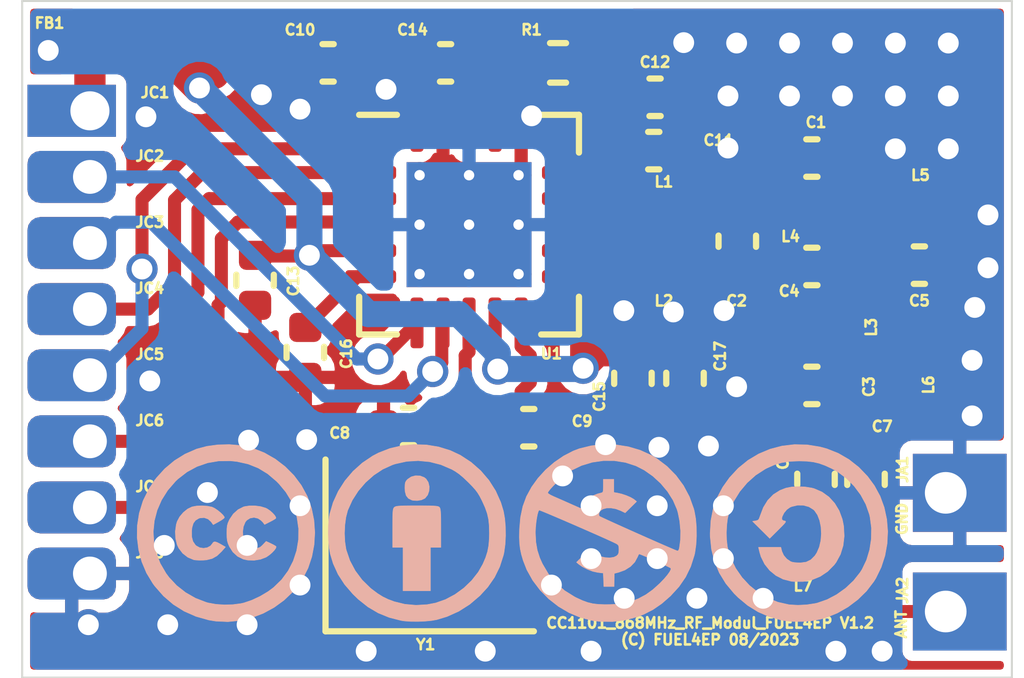
<source format=kicad_pcb>
(kicad_pcb (version 20211014) (generator pcbnew)
  (title_block (title "CC1101_868MHz_RF_Modul_FUEL4EP") (date "2023-08-29") (rev "1.2") (company "FUEL4EP"))
  (layers (0 "F.Cu" signal) (31 "B.Cu" signal) (34 "B.Paste" user) (35 "F.Paste" user) (36 "B.SilkS" user "B.Silkscreen") (37 "F.SilkS" user "F.Silkscreen") (38 "B.Mask" user) (39 "F.Mask" user) (44 "Edge.Cuts" user))
  (net 0 "")
  (net 1 "GND")
  (net 2 "Net-(C1-Pad1)")
  (net 3 "Net-(C2-Pad1)")
  (net 4 "Net-(C3-Pad2)")
  (net 5 "Net-(C4-Pad2)")
  (net 6 "Net-(C5-Pad2)")
  (net 7 "Net-(C6-Pad1)")
  (net 8 "Net-(C6-Pad2)")
  (net 9 "Net-(C7-Pad1)")
  (net 10 "Net-(C8-Pad2)")
  (net 11 "/SCK")
  (net 12 "/GDO0")
  (net 13 "/MOSI")
  (net 14 "/GDO2")
  (net 15 "Net-(C9-Pad2)")
  (net 16 "Net-(L1-Pad1)")
  (net 17 "Net-(L2-Pad1)")
  (net 18 "Net-(R1-Pad2)")
  (net 19 "/~{CS}")
  (net 20 "VDDA")
  (net 21 "Net-(C16-Pad1)")
  (net 22 "/MISO{slash}GDO1")
  (net 23 "/VDD")
  (footprint "Inductor_SMD:L_0402_1005Metric" (layer "F.Cu") (at 12.279 -8.8928)
    (fp_text reference "L1" (at 0.04 -0.6322) (layer "F.SilkS") (effects (font (size 0.2 0.2))))
    (fp_text value "12nH")
    (pad "1" smd roundrect (at -0.485 0) (size 0.59 0.64) (layers "F.Cu" "F.Paste" "F.Mask") (net 16 "Net-(L1-Pad1)"))
    (pad "2" smd roundrect (at 0.485 0) (size 0.59 0.64) (layers "F.Cu" "F.Paste" "F.Mask") (net 2 "Net-(C1-Pad1)"))
  )
  (footprint "Capacitor_SMD:C_0402_1005Metric" (layer "F.Cu") (at 8.128 -11.811 180)
    (fp_text reference "C14" (at 0.635 0.635) (layer "F.SilkS") (effects (font (size 0.2 0.2))))
    (fp_text value "100n")
    (pad "1" smd roundrect (at -0.48 0 180) (size 0.56 0.62) (layers "F.Cu" "F.Paste" "F.Mask") (net 20 "VDDA"))
    (pad "2" smd roundrect (at 0.48 0 180) (size 0.56 0.62) (layers "F.Cu" "F.Paste" "F.Mask") (net 1 "GND"))
  )
  (footprint "Inductor_SMD:L_0402_1005Metric" (layer "F.Cu") (at 15.748 -2.413)
    (fp_text reference "L7" (at -0.76 0.65) (layer "F.SilkS") (effects (font (size 0.2 0.2))))
    (fp_text value "3.3nH")
    (pad "1" smd roundrect (at -0.485 0) (size 0.59 0.64) (layers "F.Cu" "F.Paste" "F.Mask") (net 7 "Net-(C6-Pad1)"))
    (pad "2" smd roundrect (at 0.485 0) (size 0.59 0.64) (layers "F.Cu" "F.Paste" "F.Mask") (net 9 "Net-(C7-Pad1)"))
  )
  (footprint "Inductor_SMD:L_0402_1005Metric" (layer "F.Cu") (at 15.1806 -6.7314)
    (fp_text reference "L3" (at 1.1194 0.0004 90) (layer "F.SilkS") (effects (font (size 0.2 0.2))))
    (fp_text value "18nH")
    (pad "1" smd roundrect (at -0.485 0) (size 0.59 0.64) (layers "F.Cu" "F.Paste" "F.Mask") (net 3 "Net-(C2-Pad1)"))
    (pad "2" smd roundrect (at 0.485 0) (size 0.59 0.64) (layers "F.Cu" "F.Paste" "F.Mask") (net 4 "Net-(C3-Pad2)"))
  )
  (footprint "Inductor_SMD:L_0402_1005Metric" (layer "F.Cu") (at 12.279 -7.9028)
    (fp_text reference "L2" (at 0.04 0.6638) (layer "F.SilkS") (effects (font (size 0.2 0.2))))
    (fp_text value "12nH")
    (pad "1" smd roundrect (at -0.485 0) (size 0.59 0.64) (layers "F.Cu" "F.Paste" "F.Mask") (net 17 "Net-(L2-Pad1)"))
    (pad "2" smd roundrect (at 0.485 0) (size 0.59 0.64) (layers "F.Cu" "F.Paste" "F.Mask") (net 3 "Net-(C2-Pad1)"))
  )
  (footprint "Capacitor_SMD:C_0402_1005Metric" (layer "F.Cu") (at 17.2242 -7.9252 180)
    (fp_text reference "C5" (at 0 -0.6862) (layer "F.SilkS") (effects (font (size 0.2 0.2))))
    (fp_text value "3.3pF")
    (pad "1" smd roundrect (at -0.48 0 180) (size 0.56 0.62) (layers "F.Cu" "F.Paste" "F.Mask") (net 1 "GND"))
    (pad "2" smd roundrect (at 0.48 0 180) (size 0.56 0.62) (layers "F.Cu" "F.Paste" "F.Mask") (net 6 "Net-(C5-Pad2)"))
  )
  (footprint "Capacitor_SMD:C_0402_1005Metric" (layer "F.Cu") (at 15.1606 -5.6138)
    (fp_text reference "C3" (at 1.0954 0.0258 90) (layer "F.SilkS") (effects (font (size 0.2 0.2))))
    (fp_text value "100pF")
    (pad "1" smd roundrect (at -0.48 0) (size 0.56 0.62) (layers "F.Cu" "F.Paste" "F.Mask") (net 1 "GND"))
    (pad "2" smd roundrect (at 0.48 0) (size 0.56 0.62) (layers "F.Cu" "F.Paste" "F.Mask") (net 4 "Net-(C3-Pad2)"))
  )
  (footprint "FUEL4EP:edge_hole_Pitch1.27mm_Drill0.75mm_rounded" (layer "F.Cu") (at 0 -5.81)
    (fp_text reference "JC5" (at 2.45 -0.4 unlocked) (layer "F.SilkS") (effects (font (size 0.2 0.2) (thickness 0.05))))
    (fp_text value "Conn")
    (pad "1" thru_hole roundrect (at 1.3 0) (size 1.7 1) (drill 0.65 (offset -0.35 0)) (property pad_prop_castellated) (layers *.Cu *.Mask) (net 13 "/MOSI"))
  )
  (footprint "Inductor_SMD:L_0402_1005Metric" (layer "F.Cu") (at 16.75 -6.25 -90)
    (fp_text reference "L6" (at 0.625 -0.65 90) (layer "F.SilkS") (effects (font (size 0.2 0.2))))
    (fp_text value "12nH")
    (pad "1" smd roundrect (at -0.485 0 270) (size 0.59 0.64) (layers "F.Cu" "F.Paste" "F.Mask") (net 6 "Net-(C5-Pad2)"))
    (pad "2" smd roundrect (at 0.485 0 270) (size 0.59 0.64) (layers "F.Cu" "F.Paste" "F.Mask") (net 8 "Net-(C6-Pad2)"))
  )
  (footprint "Capacitor_SMD:C_0402_1005Metric" (layer "F.Cu") (at 13.729 -8.3848 90)
    (fp_text reference "C2" (at -1.1458 -0.013 180) (layer "F.SilkS") (effects (font (size 0.2 0.2))))
    (fp_text value "1.0pF")
    (pad "1" smd roundrect (at -0.48 0 90) (size 0.56 0.62) (layers "F.Cu" "F.Paste" "F.Mask") (net 3 "Net-(C2-Pad1)"))
    (pad "2" smd roundrect (at 0.48 0 90) (size 0.56 0.62) (layers "F.Cu" "F.Paste" "F.Mask") (net 2 "Net-(C1-Pad1)"))
  )
  (footprint "FUEL4EP:edge_hole_Pitch2.28mm_Drill0.8mm" (layer "F.Cu") (at 19 -3.55 180)
    (fp_text reference "JA1" (at 2.1 0.45 90 unlocked) (layer "F.SilkS") (effects (font (size 0.2 0.2))))
    (fp_text value "GND")
    (pad "1" thru_hole rect (at 1.27 0 180) (size 1.8 1.5) (drill 0.8 (offset -0.27 0)) (property pad_prop_castellated) (layers *.Cu *.Mask) (net 1 "GND"))
  )
  (footprint "FUEL4EP:edge_hole_Pitch1.27mm_Drill0.75mm_rounded" (layer "F.Cu") (at 0 -2)
    (fp_text reference "JC8" (at 2.45 -0.4 unlocked) (layer "F.SilkS") (effects (font (size 0.2 0.2) (thickness 0.05))))
    (fp_text value "Conn")
    (pad "1" thru_hole roundrect (at 1.3 0) (size 1.7 1) (drill 0.65 (offset -0.35 0)) (property pad_prop_castellated) (layers *.Cu *.Mask) (net 1 "GND"))
  )
  (footprint "Capacitor_SMD:C_0402_1005Metric" (layer "F.Cu") (at 16.2 -3.81 90)
    (fp_text reference "C7" (at 1.016 0.31 180) (layer "F.SilkS") (effects (font (size 0.2 0.2))))
    (fp_text value "12pF")
    (pad "1" smd roundrect (at -0.48 0 90) (size 0.56 0.62) (layers "F.Cu" "F.Paste" "F.Mask") (net 9 "Net-(C7-Pad1)"))
    (pad "2" smd roundrect (at 0.48 0 90) (size 0.56 0.62) (layers "F.Cu" "F.Paste" "F.Mask") (net 8 "Net-(C6-Pad2)"))
  )
  (footprint "Capacitor_SMD:C_0402_1005Metric" (layer "F.Cu") (at 5.4356 -6.2484 -90)
    (fp_text reference "C16" (at 0.0254 -0.7874 90) (layer "F.SilkS") (effects (font (size 0.2 0.2))))
    (fp_text value "100n")
    (pad "1" smd roundrect (at -0.48 0 270) (size 0.56 0.62) (layers "F.Cu" "F.Paste" "F.Mask") (net 21 "Net-(C16-Pad1)"))
    (pad "2" smd roundrect (at 0.48 0 270) (size 0.56 0.62) (layers "F.Cu" "F.Paste" "F.Mask") (net 1 "GND"))
  )
  (footprint "Resistor_SMD:R_0402_1005Metric" (layer "F.Cu") (at 10.287 -11.811 180)
    (fp_text reference "R1" (at 0.508 0.635) (layer "F.SilkS") (effects (font (size 0.2 0.2))))
    (fp_text value "56k")
    (pad "1" smd roundrect (at -0.51 0 180) (size 0.54 0.64) (layers "F.Cu" "F.Paste" "F.Mask") (net 1 "GND"))
    (pad "2" smd roundrect (at 0.51 0 180) (size 0.54 0.64) (layers "F.Cu" "F.Paste" "F.Mask") (net 18 "Net-(R1-Pad2)"))
  )
  (footprint "Capacitor_SMD:C_0402_1005Metric" (layer "F.Cu") (at 11.725 -5.75 -90)
    (fp_text reference "C15" (at 0.35 0.6438 90) (layer "F.SilkS") (effects (font (size 0.2 0.2))))
    (fp_text value "100n")
    (pad "1" smd roundrect (at -0.48 0 270) (size 0.56 0.62) (layers "F.Cu" "F.Paste" "F.Mask") (net 20 "VDDA"))
    (pad "2" smd roundrect (at 0.48 0 270) (size 0.56 0.62) (layers "F.Cu" "F.Paste" "F.Mask") (net 1 "GND"))
  )
  (footprint "Capacitor_SMD:C_0402_1005Metric" (layer "F.Cu") (at 12.725 -5.75 -90)
    (fp_text reference "C17" (at -0.425 -0.675 90) (layer "F.SilkS") (effects (font (size 0.2 0.2))))
    (fp_text value "100n")
    (pad "1" smd roundrect (at -0.48 0 270) (size 0.56 0.62) (layers "F.Cu" "F.Paste" "F.Mask") (net 20 "VDDA"))
    (pad "2" smd roundrect (at 0.48 0 270) (size 0.56 0.62) (layers "F.Cu" "F.Paste" "F.Mask") (net 1 "GND"))
  )
  (footprint "FUEL4EP:edge_hole_Pitch2.28mm_Drill0.8mm" (layer "F.Cu") (at 19 -1.27 180)
    (fp_text reference "JA2" (at 2.1 0.405 90 unlocked) (layer "F.SilkS") (effects (font (size 0.2 0.2))))
    (fp_text value "Ant.")
    (pad "1" thru_hole rect (at 1.27 0 180) (size 1.8 1.5) (drill 0.8 (offset -0.27 0)) (property pad_prop_castellated) (layers *.Cu *.Mask) (net 9 "Net-(C7-Pad1)"))
  )
  (footprint "Inductor_SMD:L_0402_1005Metric" (layer "F.Cu") (at 15.1806 -8.9666)
    (fp_text reference "L4" (at -0.4306 0.4916 180) (layer "F.SilkS") (effects (font (size 0.2 0.2))))
    (fp_text value "18nH")
    (pad "1" smd roundrect (at -0.485 0) (size 0.59 0.64) (layers "F.Cu" "F.Paste" "F.Mask") (net 2 "Net-(C1-Pad1)"))
    (pad "2" smd roundrect (at 0.485 0) (size 0.59 0.64) (layers "F.Cu" "F.Paste" "F.Mask") (net 5 "Net-(C4-Pad2)"))
  )
  (footprint "Crystal:Crystal_SMD_3225-4Pin_3.2x2.5mm" (layer "F.Cu") (at 7.8232 -2.54)
    (fp_text reference "Y1" (at -0.0762 1.905) (layer "F.SilkS") (effects (font (size 0.2 0.2))))
    (fp_text value "Crystal  26MHz")
    (pad "1" smd rect (at -1.1 0.85) (size 1.4 1.2) (layers "F.Cu" "F.Paste" "F.Mask") (net 10 "Net-(C8-Pad2)"))
    (pad "2" smd rect (at 1.1 0.85) (size 1.4 1.2) (layers "F.Cu" "F.Paste" "F.Mask") (net 1 "GND"))
    (pad "3" smd rect (at 1.1 -0.85) (size 1.4 1.2) (layers "F.Cu" "F.Paste" "F.Mask") (net 15 "Net-(C9-Pad2)"))
    (pad "4" smd rect (at -1.1 -0.85) (size 1.4 1.2) (layers "F.Cu" "F.Paste" "F.Mask") (net 1 "GND"))
  )
  (footprint "FUEL4EP:CC-BY-ND-SA_bottom" (layer "F.Cu") (at 9.398 -2.794)
    (fp_text reference "LOGO1" hide)
    (fp_text value "Logo_Open_Hardware_Small" hide)
  )
  (footprint "Capacitor_SMD:C_0402_1005Metric" (layer "F.Cu") (at 4.4704 -7.6336 -90)
    (fp_text reference "C13" (at 0.0136 -0.7366 90) (layer "F.SilkS") (effects (font (size 0.2 0.2))))
    (fp_text value "100n")
    (pad "1" smd roundrect (at -0.48 0 270) (size 0.56 0.62) (layers "F.Cu" "F.Paste" "F.Mask") (net 20 "VDDA"))
    (pad "2" smd roundrect (at 0.48 0 270) (size 0.56 0.62) (layers "F.Cu" "F.Paste" "F.Mask") (net 1 "GND"))
  )
  (footprint "Capacitor_SMD:C_0402_1005Metric" (layer "F.Cu") (at 5.873 -11.811)
    (fp_text reference "C10" (at -0.539 -0.635) (layer "F.SilkS") (effects (font (size 0.2 0.2) (thickness 0.125))))
    (fp_text value "4.7u")
    (pad "1" smd roundrect (at -0.48 0) (size 0.56 0.62) (layers "F.Cu" "F.Paste" "F.Mask") (net 20 "VDDA"))
    (pad "2" smd roundrect (at 0.48 0) (size 0.56 0.62) (layers "F.Cu" "F.Paste" "F.Mask") (net 1 "GND"))
  )
  (footprint "Capacitor_SMD:C_0402_1005Metric" (layer "F.Cu") (at 15.1606 -7.8998)
    (fp_text reference "C4" (at -0.4356 0.4748 180) (layer "F.SilkS") (effects (font (size 0.2 0.2))))
    (fp_text value "1.5pF")
    (pad "1" smd roundrect (at -0.48 0) (size 0.56 0.62) (layers "F.Cu" "F.Paste" "F.Mask") (net 3 "Net-(C2-Pad1)"))
    (pad "2" smd roundrect (at 0.48 0) (size 0.56 0.62) (layers "F.Cu" "F.Paste" "F.Mask") (net 5 "Net-(C4-Pad2)"))
  )
  (footprint "FUEL4EP:edge_hole_Pitch1.27mm_Drill0.75mm_rounded" (layer "F.Cu") (at 0 -4.54)
    (fp_text reference "JC6" (at 2.45 -0.4 unlocked) (layer "F.SilkS") (effects (font (size 0.2 0.2) (thickness 0.05))))
    (fp_text value "Conn")
    (pad "1" thru_hole roundrect (at 1.3 0) (size 1.7 1) (drill 0.65 (offset -0.35 0)) (property pad_prop_castellated) (layers *.Cu *.Mask) (net 22 "/MISO{slash}GDO1"))
  )
  (footprint "Inductor_SMD:L_0402_1005Metric" (layer "F.Cu") (at 1.825 -12.275)
    (fp_text reference "FB1" (at -1.3 -0.3) (layer "F.SilkS") (effects (font (size 0.2 0.2))))
    (fp_text value "FerriteBead")
    (pad "1" smd roundrect (at -0.485 0) (size 0.59 0.64) (layers "F.Cu" "F.Paste" "F.Mask") (net 23 "/VDD"))
    (pad "2" smd roundrect (at 0.485 0) (size 0.59 0.64) (layers "F.Cu" "F.Paste" "F.Mask") (net 20 "VDDA"))
  )
  (footprint "Capacitor_SMD:C_0402_1005Metric" (layer "F.Cu") (at 12.15 -11.15)
    (fp_text reference "C12" (at 0 -0.675) (layer "F.SilkS") (effects (font (size 0.2 0.2))))
    (fp_text value "100n")
    (pad "1" smd roundrect (at -0.48 0) (size 0.56 0.62) (layers "F.Cu" "F.Paste" "F.Mask") (net 20 "VDDA"))
    (pad "2" smd roundrect (at 0.48 0) (size 0.56 0.62) (layers "F.Cu" "F.Paste" "F.Mask") (net 1 "GND"))
  )
  (footprint "FUEL4EP:edge_hole_Pitch1.27mm_Drill0.75mm_rounded" (layer "F.Cu") (at 0 -8.35)
    (fp_text reference "JC3" (at 2.45 -0.4 unlocked) (layer "F.SilkS") (effects (font (size 0.2 0.2) (thickness 0.05))))
    (fp_text value "Conn")
    (pad "1" thru_hole roundrect (at 1.3 0) (size 1.7 1) (drill 0.65 (offset -0.35 0)) (property pad_prop_castellated) (layers *.Cu *.Mask) (net 19 "/~{CS}"))
  )
  (footprint "FUEL4EP:edge_hole_Pitch1.27mm_Drill0.75mm_rounded" (layer "F.Cu") (at 0 -9.62)
    (fp_text reference "JC2" (at 2.45 -0.4 unlocked) (layer "F.SilkS") (effects (font (size 0.2 0.2) (thickness 0.05))))
    (fp_text value "Conn")
    (pad "1" thru_hole roundrect (at 1.3 0) (size 1.7 1) (drill 0.65 (offset -0.35 0)) (property pad_prop_castellated) (layers *.Cu *.Mask) (net 12 "/GDO0"))
  )
  (footprint "FUEL4EP:edge_hole_Pitch1.27mm_Drill0.75mm" (layer "F.Cu") (at 0 -10.89)
    (fp_text reference "JC1" (at 2.55 -0.35 unlocked) (layer "F.SilkS") (effects (font (size 0.2 0.2) (thickness 0.05))))
    (fp_text value "Conn")
    (pad "1" thru_hole rect (at 1.3 0) (size 1.7 1) (drill 0.75 (offset -0.35 0)) (property pad_prop_castellated) (layers *.Cu *.Mask) (net 23 "/VDD"))
  )
  (footprint "Inductor_SMD:L_0402_1005Metric" (layer "F.Cu") (at 17.2442 -8.9412)
    (fp_text reference "L5" (at 0 -0.7108) (layer "F.SilkS") (effects (font (size 0.2 0.2))))
    (fp_text value "12nH")
    (pad "1" smd roundrect (at -0.485 0) (size 0.59 0.64) (layers "F.Cu" "F.Paste" "F.Mask") (net 5 "Net-(C4-Pad2)"))
    (pad "2" smd roundrect (at 0.485 0) (size 0.59 0.64) (layers "F.Cu" "F.Paste" "F.Mask") (net 6 "Net-(C5-Pad2)"))
  )
  (footprint "Capacitor_SMD:C_0402_1005Metric" (layer "F.Cu") (at 12.125 -10.125)
    (fp_text reference "C11" (at 1.25 -0.2) (layer "F.SilkS") (effects (font (size 0.2 0.2))))
    (fp_text value "100n")
    (pad "1" smd roundrect (at -0.48 0) (size 0.56 0.62) (layers "F.Cu" "F.Paste" "F.Mask") (net 20 "VDDA"))
    (pad "2" smd roundrect (at 0.48 0) (size 0.56 0.62) (layers "F.Cu" "F.Paste" "F.Mask") (net 1 "GND"))
  )
  (footprint "Capacitor_SMD:C_0402_1005Metric" (layer "F.Cu") (at 7.4168 -4.826)
    (fp_text reference "C8" (at -1.3208 0.127) (layer "F.SilkS") (effects (font (size 0.2 0.2))))
    (fp_text value "12p")
    (pad "1" smd roundrect (at -0.48 0) (size 0.56 0.62) (layers "F.Cu" "F.Paste" "F.Mask") (net 1 "GND"))
    (pad "2" smd roundrect (at 0.48 0) (size 0.56 0.62) (layers "F.Cu" "F.Paste" "F.Mask") (net 10 "Net-(C8-Pad2)"))
  )
  (footprint "Capacitor_SMD:C_0402_1005Metric" (layer "F.Cu") (at 15.1606 -9.9826)
    (fp_text reference "C1" (at 0.0794 -0.6854) (layer "F.SilkS") (effects (font (size 0.2 0.2))))
    (fp_text value "1.5pF")
    (pad "1" smd roundrect (at -0.48 0) (size 0.56 0.62) (layers "F.Cu" "F.Paste" "F.Mask") (net 2 "Net-(C1-Pad1)"))
    (pad "2" smd roundrect (at 0.48 0) (size 0.56 0.62) (layers "F.Cu" "F.Paste" "F.Mask") (net 1 "GND"))
  )
  (footprint "Capacitor_SMD:C_0402_1005Metric" (layer "F.Cu") (at 15.24 -3.81 90)
    (fp_text reference "C6" (at 0.381 -0.635 90) (layer "F.SilkS") (effects (font (size 0.2 0.2))))
    (fp_text value "47pF")
    (pad "1" smd roundrect (at -0.48 0 90) (size 0.56 0.62) (layers "F.Cu" "F.Paste" "F.Mask") (net 7 "Net-(C6-Pad1)"))
    (pad "2" smd roundrect (at 0.48 0 90) (size 0.56 0.62) (layers "F.Cu" "F.Paste" "F.Mask") (net 8 "Net-(C6-Pad2)"))
  )
  (footprint "Capacitor_SMD:C_0402_1005Metric" (layer "F.Cu") (at 9.725 -4.801 180)
    (fp_text reference "C9" (at -1.025 0.124) (layer "F.SilkS") (effects (font (size 0.2 0.2))))
    (fp_text value "15p")
    (pad "1" smd roundrect (at -0.48 0 180) (size 0.56 0.62) (layers "F.Cu" "F.Paste" "F.Mask") (net 1 "GND"))
    (pad "2" smd roundrect (at 0.48 0 180) (size 0.56 0.62) (layers "F.Cu" "F.Paste" "F.Mask") (net 15 "Net-(C9-Pad2)"))
  )
  (footprint "FUEL4EP:edge_hole_Pitch1.27mm_Drill0.75mm_rounded" (layer "F.Cu") (at 0 -7.08)
    (fp_text reference "JC4" (at 2.45 -0.4 unlocked) (layer "F.SilkS") (effects (font (size 0.2 0.2) (thickness 0.05))))
    (fp_text value "Conn")
    (pad "1" thru_hole roundrect (at 1.3 0) (size 1.7 1) (drill 0.65 (offset -0.35 0)) (property pad_prop_castellated) (layers *.Cu *.Mask) (net 11 "/SCK"))
  )
  (footprint "Package_DFN_QFN:Texas_S-PVQFN-N20_EP2.4x2.4mm_ThermalVias" (layer "F.Cu") (at 8.579 -8.7028)
    (fp_text reference "U1" (at 1.581 2.4798) (layer "F.SilkS") (effects (font (size 0.2 0.2))))
    (fp_text value "CC1101RGPR")
    (pad "1" smd roundrect (at -1.8875 -1) (size 0.975 0.25) (layers "F.Cu" "F.Paste" "F.Mask") (net 11 "/SCK"))
    (pad "2" smd roundrect (at -1.8875 -0.5) (size 0.975 0.25) (layers "F.Cu" "F.Paste" "F.Mask") (net 22 "/MISO{slash}GDO1"))
    (pad "3" smd roundrect (at -1.8875 0) (size 0.975 0.25) (layers "F.Cu" "F.Paste" "F.Mask") (net 14 "/GDO2"))
    (pad "4" smd roundrect (at -1.8875 0.5) (size 0.975 0.25) (layers "F.Cu" "F.Paste" "F.Mask") (net 20 "VDDA"))
    (pad "5" smd roundrect (at -1.8875 1) (size 0.975 0.25) (layers "F.Cu" "F.Paste" "F.Mask") (net 21 "Net-(C16-Pad1)"))
    (pad "6" smd roundrect (at -1 1.8875) (size 0.25 0.975) (layers "F.Cu" "F.Paste" "F.Mask") (net 12 "/GDO0"))
    (pad "7" smd roundrect (at -0.5 1.8875) (size 0.25 0.975) (layers "F.Cu" "F.Paste" "F.Mask") (net 19 "/~{CS}"))
    (pad "8" smd roundrect (at 0 1.8875) (size 0.25 0.975) (layers "F.Cu" "F.Paste" "F.Mask") (net 10 "Net-(C8-Pad2)"))
    (pad "9" smd roundrect (at 0.5 1.8875) (size 0.25 0.975) (layers "F.Cu" "F.Paste" "F.Mask") (net 20 "VDDA"))
    (pad "10" smd roundrect (at 1 1.8875) (size 0.25 0.975) (layers "F.Cu" "F.Paste" "F.Mask") (net 15 "Net-(C9-Pad2)"))
    (pad "11" smd roundrect (at 1.8875 1) (size 0.975 0.25) (layers "F.Cu" "F.Paste" "F.Mask") (net 20 "VDDA"))
    (pad "12" smd roundrect (at 1.8875 0.5) (size 0.975 0.25) (layers "F.Cu" "F.Paste" "F.Mask") (net 17 "Net-(L2-Pad1)"))
    (pad "13" smd roundrect (at 1.8875 0) (size 0.975 0.25) (layers "F.Cu" "F.Paste" "F.Mask") (net 16 "Net-(L1-Pad1)"))
    (pad "14" smd roundrect (at 1.8875 -0.5) (size 0.975 0.25) (layers "F.Cu" "F.Paste" "F.Mask") (net 20 "VDDA"))
    (pad "15" smd roundrect (at 1.8875 -1) (size 0.975 0.25) (layers "F.Cu" "F.Paste" "F.Mask") (net 20 "VDDA"))
    (pad "16" smd roundrect (at 1 -1.8875) (size 0.25 0.975) (layers "F.Cu" "F.Paste" "F.Mask") (net 1 "GND"))
    (pad "17" smd roundrect (at 0.5 -1.8875) (size 0.25 0.975) (layers "F.Cu" "F.Paste" "F.Mask") (net 18 "Net-(R1-Pad2)"))
    (pad "18" smd roundrect (at 0 -1.8875) (size 0.25 0.975) (layers "F.Cu" "F.Paste" "F.Mask") (net 20 "VDDA"))
    (pad "19" smd roundrect (at -0.5 -1.8875) (size 0.25 0.975) (layers "F.Cu" "F.Paste" "F.Mask") (net 1 "GND"))
    (pad "20" smd roundrect (at -1 -1.8875) (size 0.25 0.975) (layers "F.Cu" "F.Paste" "F.Mask") (net 13 "/MOSI"))
    (pad "21" thru_hole circle (at -0.95 0.95) (size 0.5 0.5) (drill 0.2) (layers *.Cu) (net 1 "GND"))
    (pad "21" thru_hole circle (at 0.95 -0.95) (size 0.5 0.5) (drill 0.2) (layers *.Cu) (net 1 "GND"))
    (pad "21" thru_hole circle (at -0.95 -0.95) (size 0.5 0.5) (drill 0.2) (layers *.Cu) (net 1 "GND"))
    (pad "21" smd rect (at 0 0) (size 2.4 2.4) (layers "B.Cu") (net 1 "GND"))
    (pad "21" thru_hole circle (at 0 0.95) (size 0.5 0.5) (drill 0.2) (layers *.Cu) (net 1 "GND"))
    (pad "21" thru_hole circle (at 0 0) (size 0.5 0.5) (drill 0.2) (layers *.Cu) (net 1 "GND"))
    (pad "21" thru_hole circle (at 0 -0.95) (size 0.5 0.5) (drill 0.2) (layers *.Cu) (net 1 "GND"))
    (pad "21" thru_hole circle (at 0.95 0) (size 0.5 0.5) (drill 0.2) (layers *.Cu) (net 1 "GND"))
    (pad "21" smd rect (at 0 0) (size 2.4 2.4) (layers "F.Cu" "F.Mask") (net 1 "GND"))
    (pad "21" thru_hole circle (at -0.95 0) (size 0.5 0.5) (drill 0.2) (layers *.Cu) (net 1 "GND"))
    (pad "21" thru_hole circle (at 0.95 0.95) (size 0.5 0.5) (drill 0.2) (layers *.Cu) (net 1 "GND"))
  )
  (footprint "FUEL4EP:edge_hole_Pitch1.27mm_Drill0.75mm_rounded" (layer "F.Cu") (at 0 -3.27)
    (fp_text reference "JC7" (at 2.45 -0.4 unlocked) (layer "F.SilkS") (effects (font (size 0.2 0.2) (thickness 0.05))))
    (fp_text value "Conn")
    (pad "1" thru_hole roundrect (at 1.3 0) (size 1.7 1) (drill 0.65 (offset -0.35 0)) (property pad_prop_castellated) (layers *.Cu *.Mask) (net 14 "/GDO2"))
  )
  (gr_line (start 0 0) (end 0 -13) (layer "Edge.Cuts") (width 0.0381))
  (gr_line (start 19 -13) (end 19 0) (layer "Edge.Cuts") (width 0.0381))
  (gr_line (start 0 -13) (end 19 -13) (layer "Edge.Cuts") (width 0.0381))
  (gr_line (start 0 0) (end 19 0) (layer "Edge.Cuts") (width 0.0381))
  (gr_text "ANT" (at 16.875 -1.025 90) (layer "F.SilkS") (effects (font (size 0.2 0.2) (thickness 0.05))))
  (gr_text "GND" (at 16.891 -3.048 90) (layer "F.SilkS") (effects (font (size 0.2 0.2) (thickness 0.05))))
  (gr_text "CC1101_868MHz_RF_Modul_FUEL4EP V1.2\n(C) FUEL4EP 08/2023\n" (at 13.208 -0.889) (layer "F.SilkS") (effects (font (size 0.2 0.2) (thickness 0.05))))
  (segment (start 8.079 -9.799247) (end 8.225447 -9.6528) (width 0.25) (layer "F.Cu") (net 1))
  (segment (start 8.079 -10.5903) (end 8.079 -9.799247) (width 0.25) (layer "F.Cu") (net 1))
  (segment (start 9.78 -10.794) (end 10.797 -11.811) (width 0.25) (layer "F.Cu") (net 1))
  (segment (start 9.579 -10.5903) (end 9.579 -9.7028) (width 0.25) (layer "F.Cu") (net 1))
  (segment (start 9.579 -10.593) (end 9.78 -10.794) (width 0.25) (layer "F.Cu") (net 1))
  (segment (start 8.079 -10.5903) (end 8.079 -11.38) (width 0.25) (layer "F.Cu") (net 1))
  (segment (start 8.079 -11.38) (end 7.648 -11.811) (width 0.25) (layer "F.Cu") (net 1))
  (via (at 14.224 -1.524) (size 0.6) (drill 0.4) (layers "F.Cu" "B.Cu") (net 1))
  (via (at 0.5 -12.05) (size 0.6) (drill 0.4) (layers "F.Cu" "B.Cu") (net 1))
  (via (at 14.732 -12.192) (size 0.6) (drill 0.4) (layers "F.Cu" "B.Cu") (net 1))
  (via (at 12.954 -1.524) (size 0.6) (drill 0.4) (layers "F.Cu" "B.Cu") (net 1))
  (via (at 4.318 -1.016) (size 0.6) (drill 0.4) (layers "F.Cu" "B.Cu") (net 1))
  (via (at 6.604 -0.508) (size 0.6) (drill 0.4) (layers "F.Cu" "B.Cu") (net 1))
  (via (at 8.89 -0.508) (size 0.6) (drill 0.4) (layers "F.Cu" "B.Cu") (net 1))
  (via (at 6.985 -11.303) (size 0.6) (drill 0.4) (layers "F.Cu" "B.Cu") (net 1))
  (via (at 4.318 -2.54) (size 0.6) (drill 0.4) (layers "F.Cu" "B.Cu") (net 1))
  (via (at 3.556 -3.556) (size 0.6) (drill 0.4) (layers "F.Cu" "B.Cu") (net 1))
  (via (at 10.922 -2.286) (size 0.6) (drill 0.4) (layers "F.Cu" "B.Cu") (net 1))
  (via (at 2.794 -1.016) (size 0.6) (drill 0.4) (layers "F.Cu" "B.Cu") (net 1))
  (via (at 18.542 -8.89) (size 0.6) (drill 0.4) (layers "F.Cu" "B.Cu") (net 1))
  (via (at 12.192 -2.286) (size 0.6) (drill 0.4) (layers "F.Cu" "B.Cu") (net 1))
  (via (at 5.461 -4.572) (size 0.6) (drill 0.4) (layers "F.Cu" "B.Cu") (net 1))
  (via (at 17.78 -11.176) (size 0.6) (drill 0.4) (layers "F.Cu" "B.Cu") (net 1))
  (via (at 10.922 -3.302) (size 0.6) (drill 0.4) (layers "F.Cu" "B.Cu") (net 1))
  (via (at 10.922 -0.508) (size 0.6) (drill 0.4) (layers "F.Cu" "B.Cu") (net 1))
  (via (at 13.475 -7.05) (size 0.6) (drill 0.4) (layers "F.Cu" "B.Cu") (net 1))
  (via (at 13.462 -2.286) (size 0.6) (drill 0.4) (layers "F.Cu" "B.Cu") (net 1))
  (via (at 16.764 -10.16) (size 0.6) (drill 0.4) (layers "F.Cu" "B.Cu") (net 1))
  (via (at 12.5 -7.025) (size 0.6) (drill 0.4) (layers "F.Cu" "B.Cu") (net 1))
  (via (at 15.748 -12.192) (size 0.6) (drill 0.4) (layers "F.Cu" "B.Cu") (net 1))
  (via (at 9.78 -10.794) (size 0.6) (drill 0.4) (layers "F.Cu" "B.Cu") (net 1))
  (via (at 11.2 -4.475) (size 0.6) (drill 0.4) (layers "F.Cu" "B.Cu") (net 1))
  (via (at 16.764 -11.176) (size 0.6) (drill 0.4) (layers "F.Cu" "B.Cu") (net 1))
  (via (at 5.334 -3.302) (size 0.6) (drill 0.4) (layers "F.Cu" "B.Cu") (net 1))
  (via (at 18.542 -7.874) (size 0.6) (drill 0.4) (layers "F.Cu" "B.Cu") (net 1))
  (via (at 13.55 -10.175) (size 0.6) (drill 0.4) (layers "F.Cu" "B.Cu") (net 1))
  (via (at 18.2372 -5.0292) (size 0.6) (drill 0.4) (layers "F.Cu" "B.Cu") (net 1))
  (via (at 14.732 -11.176) (size 0.6) (drill 0.4) (layers "F.Cu" "B.Cu") (net 1))
  (via (at 15.748 -11.176) (size 0.6) (drill 0.4) (layers "F.Cu" "B.Cu") (net 1))
  (via (at 17.78 -10.16) (size 0.6) (drill 0.4) (layers "F.Cu" "B.Cu") (net 1))
  (via (at 16.764 -12.192) (size 0.6) (drill 0.4) (layers "F.Cu" "B.Cu") (net 1))
  (via (at 2.45 -5.7) (size 0.6) (drill 0.4) (layers "F.Cu" "B.Cu") (net 1))
  (via (at 13.55 -11.176) (size 0.6) (drill 0.4) (layers "F.Cu" "B.Cu") (net 1))
  (via (at 5.334 -10.922) (size 0.6) (drill 0.4) (layers "F.Cu" "B.Cu") (net 1))
  (via (at 18.2372 -6.096) (size 0.6) (drill 0.4) (layers "F.Cu" "B.Cu") (net 1))
  (via (at 18.288 -7.112) (size 0.6) (drill 0.4) (layers "F.Cu" "B.Cu") (net 1))
  (via (at 2.727589 -2.54) (size 0.6) (drill 0.4) (layers "F.Cu" "B.Cu") (net 1))
  (via (at 13.462 -3.302) (size 0.6) (drill 0.4) (layers "F.Cu" "B.Cu") (net 1))
  (via (at 13.175 -4.45) (size 0.6) (drill 0.4) (layers "F.Cu" "B.Cu") (net 1))
  (via (at 4.346102 -4.561781) (size 0.6) (drill 0.4) (layers "F.Cu" "B.Cu") (net 1))
  (via (at 13.716 -12.192) (size 0.6) (drill 0.4) (layers "F.Cu" "B.Cu") (net 1))
  (via (at 11.55 -7.05) (size 0.6) (drill 0.4) (layers "F.Cu" "B.Cu") (net 1))
  (via (at 12.7 -12.2) (size 0.6) (drill 0.4) (layers "F.Cu" "B.Cu") (net 1))
  (via (at 10.16 -1.778) (size 0.6) (drill 0.4) (layers "F.Cu" "B.Cu") (net 1))
  (via (at 13.716 -5.588) (size 0.6) (drill 0.4) (layers "F.Cu" "B.Cu") (net 1))
  (via (at 17.78 -12.192) (size 0.6) (drill 0.4) (layers "F.Cu" "B.Cu") (net 1))
  (via (at 1.27 -1.016) (size 0.6) (drill 0.4) (layers "F.Cu" "B.Cu") (net 1))
  (via (at 15.621 -0.508) (size 0.6) (drill 0.4) (layers "F.Cu" "B.Cu") (net 1))
  (via (at 2.375 -10.775) (size 0.6) (drill 0.4) (layers "F.Cu" "B.Cu") (net 1))
  (via (at 16.51 -0.508) (size 0.6) (drill 0.4) (layers "F.Cu" "B.Cu") (net 1))
  (via (at 5.334 -1.778) (size 0.6) (drill 0.4) (layers "F.Cu" "B.Cu") (net 1))
  (via (at 11.557 -1.524) (size 0.6) (drill 0.4) (layers "F.Cu" "B.Cu") (net 1))
  (via (at 4.592391 -11.199563) (size 0.6) (drill 0.4) (layers "F.Cu" "B.Cu") (net 1))
  (via (at 10.375 -3.875) (size 0.6) (drill 0.4) (layers "F.Cu" "B.Cu") (net 1))
  (via (at 12.225 -4.425) (size 0.6) (drill 0.4) (layers "F.Cu" "B.Cu") (net 1))
  (via (at 12.192 -3.302) (size 0.6) (drill 0.4) (layers "F.Cu" "B.Cu") (net 1))
  (segment (start 13.729 -8.8648) (end 14.5938 -8.8648) (width 0.25) (layer "F.Cu") (net 2))
  (segment (start 12.764 -8.8928) (end 13.701 -8.8928) (width 0.25) (layer "F.Cu") (net 2))
  (segment (start 14.6956 -8.9666) (end 14.6956 -9.9676) (width 0.25) (layer "F.Cu") (net 2))
  (segment (start 14.6806 -7.8998) (end 14.6806 -6.7464) (width 0.25) (layer "F.Cu") (net 3))
  (segment (start 13.729 -7.9048) (end 14.6756 -7.9048) (width 0.25) (layer "F.Cu") (net 3))
  (segment (start 12.764 -7.9028) (end 13.727 -7.9028) (width 0.25) (layer "F.Cu") (net 3))
  (segment (start 15.6656 -6.7314) (end 15.6656 -5.6388) (width 0.25) (layer "F.Cu") (net 4))
  (segment (start 15.7738 -8.9504) (end 16.75 -8.9504) (width 0.25) (layer "F.Cu") (net 5))
  (segment (start 15.6406 -7.8998) (end 15.6406 -8.9416) (width 0.25) (layer "F.Cu") (net 5))
  (segment (start 16.75 -6.735) (end 16.75 -7.9194) (width 0.25) (layer "F.Cu") (net 6))
  (segment (start 17.7292 -8.922984) (end 16.7442 -7.937984) (width 0.25) (layer "F.Cu") (net 6))
  (segment (start 15.24 -3.33) (end 15.24 -2.436) (width 0.25) (layer "F.Cu") (net 7))
  (segment (start 16.2 -4.605) (end 16.75 -5.155) (width 0.25) (layer "F.Cu") (net 8))
  (segment (start 15.24 -4.29) (end 16.2 -4.29) (width 0.25) (layer "F.Cu") (net 8))
  (segment (start 16.2 -4.29) (end 16.2 -4.605) (width 0.25) (layer "F.Cu") (net 8))
  (segment (start 16.75 -5.765) (end 16.75 -5.155) (width 0.25) (layer "F.Cu") (net 8))
  (segment (start 16.233 -1.817) (end 16.78 -1.27) (width 0.25) (layer "F.Cu") (net 9))
  (segment (start 16.2 -3.33) (end 16.2 -2.446) (width 0.25) (layer "F.Cu") (net 9))
  (segment (start 16.233 -2.413) (end 16.233 -1.817) (width 0.25) (layer "F.Cu") (net 9))
  (segment (start 16.78 -1.27) (end 17.9 -1.27) (width 0.25) (layer "F.Cu") (net 9))
  (segment (start 8.559111 -5.616311) (end 7.7438 -4.801) (width 0.25) (layer "F.Cu") (net 10))
  (segment (start 8.505 -6.187777) (end 8.505 -5.670423) (width 0.25) (layer "F.Cu") (net 10))
  (segment (start 8.505 -5.670423) (end 8.559111 -5.616311) (width 0.25) (layer "F.Cu") (net 10))
  (segment (start 8.579 -6.8153) (end 8.579 -6.261777) (width 0.25) (layer "F.Cu") (net 10))
  (segment (start 7.8968 -4.826) (end 7.8968 -2.6636) (width 0.2) (layer "F.Cu") (net 10))
  (segment (start 8.579 -6.261777) (end 8.505 -6.187777) (width 0.25) (layer "F.Cu") (net 10))
  (segment (start 7.8968 -2.6636) (end 6.9232 -1.69) (width 0.2) (layer "F.Cu") (net 10))
  (segment (start 2.413177 -7.08) (end 1.4 -7.08) (width 0.25) (layer "F.Cu") (net 11))
  (segment (start 6.6915 -9.7028) (end 3.45302 -9.7028) (width 0.25) (layer "F.Cu") (net 11))
  (segment (start 2.9245 -9.17428) (end 2.9245 -7.591323) (width 0.25) (layer "F.Cu") (net 11))
  (segment (start 2.9245 -7.591323) (end 2.413177 -7.08) (width 0.25) (layer "F.Cu") (net 11))
  (segment (start 3.45302 -9.7028) (end 2.9245 -9.17428) (width 0.25) (layer "F.Cu") (net 11))
  (segment (start 6.8855 -6.1218) (end 6.8294 -6.1218) (width 0.25) (layer "F.Cu") (net 12))
  (segment (start 7.579 -6.8153) (end 6.8855 -6.1218) (width 0.25) (layer "F.Cu") (net 12))
  (via (at 6.8294 -6.1218) (size 0.6) (drill 0.4) (layers "F.Cu" "B.Cu") (net 12))
  (segment (start 6.4258 -6.1218) (end 2.9276 -9.62) (width 0.25) (layer "B.Cu") (net 12))
  (segment (start 6.8294 -6.1218) (end 6.4258 -6.1218) (width 0.25) (layer "B.Cu") (net 12))
  (segment (start 2.9276 -9.62) (end 1.4 -9.62) (width 0.25) (layer "B.Cu") (net 12))
  (segment (start 5.94717 -10.5903) (end 5.51687 -10.16) (width 0.25) (layer "F.Cu") (net 13))
  (segment (start 3.27453 -10.16) (end 2.3 -9.18547) (width 0.25) (layer "F.Cu") (net 13))
  (segment (start 2.3 -9.18547) (end 2.3 -7.85) (width 0.25) (layer "F.Cu") (net 13))
  (segment (start 5.51687 -10.16) (end 3.27453 -10.16) (width 0.25) (layer "F.Cu") (net 13))
  (segment (start 7.579 -10.5903) (end 5.94717 -10.5903) (width 0.25) (layer "F.Cu") (net 13))
  (via (at 2.3 -7.85) (size 0.6) (drill 0.4) (layers "F.Cu" "B.Cu") (net 13))
  (segment (start 2.3 -6.71) (end 2.3 -7.85) (width 0.25) (layer "B.Cu") (net 13))
  (segment (start 1.4 -5.81) (end 2.3 -6.71) (width 0.25) (layer "B.Cu") (net 13))
  (segment (start 2.254 -3.27) (end 1.4 -3.27) (width 0.25) (layer "F.Cu") (net 14))
  (segment (start 3.823502 -7.218945) (end 3.7592 -7.154643) (width 0.25) (layer "F.Cu") (net 14))
  (segment (start 6.6915 -8.7028) (end 6.641001 -8.753299) (width 0.25) (layer "F.Cu") (net 14))
  (segment (start 3.823502 -8.434311) (end 3.823502 -7.218945) (width 0.25) (layer "F.Cu") (net 14))
  (segment (start 4.14249 -8.753299) (end 3.823502 -8.434311) (width 0.25) (layer "F.Cu") (net 14))
  (segment (start 6.641001 -8.753299) (end 4.14249 -8.753299) (width 0.25) (layer "F.Cu") (net 14))
  (segment (start 3.7592 -7.154643) (end 3.7592 -4.7752) (width 0.25) (layer "F.Cu") (net 14))
  (segment (start 3.7592 -4.7752) (end 2.254 -3.27) (width 0.25) (layer "F.Cu") (net 14))
  (segment (start 9.754 -6.187777) (end 9.754 -5.670423) (width 0.25) (layer "F.Cu") (net 15))
  (segment (start 9.579 -6.362777) (end 9.754 -6.187777) (width 0.25) (layer "F.Cu") (net 15))
  (segment (start 8.9232 -3.39) (end 8.9232 -4.4792) (width 0.2) (layer "F.Cu") (net 15))
  (segment (start 8.9232 -4.4792) (end 9.245 -4.801) (width 0.2) (layer "F.Cu") (net 15))
  (segment (start 9.579 -5.495423) (end 9.579 -5.135) (width 0.25) (layer "F.Cu") (net 15))
  (segment (start 9.579 -6.8153) (end 9.579 -6.362777) (width 0.25) (layer "F.Cu") (net 15))
  (segment (start 9.579 -5.135) (end 9.245 -4.801) (width 0.25) (layer "F.Cu") (net 15))
  (segment (start 9.754 -5.670423) (end 9.579 -5.495423) (width 0.25) (layer "F.Cu") (net 15))
  (segment (start 10.4665 -8.7028) (end 11.604 -8.7028) (width 0.25) (layer "F.Cu") (net 16))
  (segment (start 11.604 -8.7028) (end 11.794 -8.8928) (width 0.25) (layer "F.Cu") (net 16))
  (segment (start 11.494 -8.2028) (end 11.794 -7.9028) (width 0.25) (layer "F.Cu") (net 17))
  (segment (start 10.4665 -8.2028) (end 11.494 -8.2028) (width 0.25) (layer "F.Cu") (net 17))
  (segment (start 9.079 -10.5903) (end 9.079 -11.125808) (width 0.25) (layer "F.Cu") (net 18))
  (segment (start 9.079 -11.125808) (end 9.764192 -11.811) (width 0.25) (layer "F.Cu") (net 18))
  (segment (start 8.055499 -6.791799) (end 8.055499 -6.056338) (width 0.25) (layer "F.Cu") (net 19))
  (segment (start 8.079 -6.8153) (end 8.055499 -6.791799) (width 0.25) (layer "F.Cu") (net 19))
  (segment (start 8.055499 -6.056338) (end 7.8805 -5.881339) (width 0.25) (layer "F.Cu") (net 19))
  (via (at 7.8805 -5.881339) (size 0.6) (drill 0.4) (layers "F.Cu" "B.Cu") (net 19))
  (segment (start 7.409761 -5.4106) (end 5.8162 -5.4106) (width 0.25) (layer "B.Cu") (net 19))
  (segment (start 2.4768 -8.75) (end 1.8 -8.75) (width 0.25) (layer "B.Cu") (net 19))
  (segment (start 5.8162 -5.4106) (end 2.4768 -8.75) (width 0.25) (layer "B.Cu") (net 19))
  (segment (start 7.8805 -5.881339) (end 7.409761 -5.4106) (width 0.25) (layer "B.Cu") (net 19))
  (segment (start 1.8 -8.75) (end 1.4 -8.35) (width 0.25) (layer "B.Cu") (net 19))
  (segment (start 11.725 -6.23) (end 11.056 -6.23) (width 0.5) (layer "F.Cu") (net 20))
  (segment (start 11.645 -10.125) (end 11.645 -9.745) (width 0.25) (layer "F.Cu") (net 20))
  (segment (start 3.683 -11.938) (end 3.8382 -12.0932) (width 0.5) (layer "F.Cu") (net 20))
  (segment (start 9.079 -6.8153) (end 9.079 -5.907) (width 0.25) (layer "F.Cu") (net 20))
  (segment (start 11.645 -9.745) (end 11.1028 -9.2028) (width 0.25) (layer "F.Cu") (net 20))
  (segment (start 2.31 -12.275) (end 3.0158 -12.275) (width 0.6) (layer "F.Cu") (net 20))
  (segment (start 3.683 -11.6078) (end 3.683 -11.938) (width 0.5) (layer "F.Cu") (net 20))
  (segment (start 10.7696 -7.3997) (end 10.541 -7.6283) (width 0.5) (layer "F.Cu") (net 20))
  (segment (start 9.0932 -5.8928) (end 9.1295 -5.9291) (width 0.25) (layer "F.Cu") (net 20))
  (segment (start 5.2112 -12.275) (end 5.393 -12.0932) (width 0.6) (layer "F.Cu") (net 20))
  (segment (start 5.978614 -12.581) (end 3.3218 -12.581) (width 0.5) (layer "F.Cu") (net 20))
  (segment (start 5.602373 -8.2028) (end 5.514282 -8.114709) (width 0.25) (layer "F.Cu") (net 20))
  (segment (start 5.978614 -12.581) (end 9.025 -12.581) (width 0.5) (layer "F.Cu") (net 20))
  (segment (start 6.6915 -8.2028) (end 5.602373 -8.2028) (width 0.25) (layer "F.Cu") (net 20))
  (segment (start 11.5615 -11.0415) (end 11.67 -11.15) (width 0.5) (layer "F.Cu") (net 20))
  (segment (start 4.572 -8.1) (end 5.499573 -8.1) (width 0.25) (layer "F.Cu") (net 20))
  (segment (start 11.67 -11.15) (end 11.67 -10.15) (width 0.25) (layer "F.Cu") (net 20))
  (segment (start 10.4665 -9.7028) (end 10.4665 -10.4665) (width 0.5) (layer "F.Cu") (net 20))
  (segment (start 2.31 -12.275) (end 2.457 -12.275) (width 0.6) (layer "F.Cu") (net 20))
  (segment (start 11.2214 -12.581) (end 11.67 -12.1324) (width 0.5) (layer "F.Cu") (net 20))
  (segment (start 8.862 -11.811) (end 8.862 -12.418) (width 0.5) (layer "F.Cu") (net 20))
  (segment (start 5.393 -11.995386) (end 5.978614 -12.581) (width 0.5) (layer "F.Cu") (net 20))
  (segment (start 11.056 -6.23) (end 10.7696 -5.9436) (width 0.5) (layer "F.Cu") (net 20))
  (segment (start 8.579 -10.5903) (end 8.579 -11.782) (width 0.2) (layer "F.Cu") (net 20))
  (segment (start 2.457 -12.275) (end 3.4036 -11.3284) (width 0.6) (layer "F.Cu") (net 20))
  (segment (start 10.7696 -5.9436) (end 10.7696 -7.3997) (width 0.5) (layer "F.Cu") (net 20))
  (segment (start 10.4665 -10.4665) (end 11.0415 -11.0415) (width 0.5) (layer "F.Cu") (net 20))
  (segment (start 3.3218 -12.581) (end 3.0158 -12.275) (width 0.5) (layer "F.Cu") (net 20))
  (segment (start 3.0158 -12.275) (end 3.683 -11.6078) (width 0.6) (layer "F.Cu") (net 20))
  (segment (start 9.079 -5.907) (end 9.0932 -5.8928) (width 0.25) (layer "F.Cu") (net 20))
  (segment (start 5.393 -11.811) (end 5.393 -11.995386) (width 0.5) (layer "F.Cu") (net 20))
  (segment (start 9.025 -12.581) (end 11.2214 -12.581) (width 0.5) (layer "F.Cu") (net 20))
  (segment (start 8.862 -12.418) (end 9.025 -12.581) (width 0.5) (layer "F.Cu") (net 20))
  (segment (start 11.0415 -11.0415) (end 11.5615 -11.0415) (width 0.5) (layer "F.Cu") (net 20))
  (segment (start 3.4036 -11.3284) (end 3.683 -11.6078) (width 0.5) (layer "F.Cu") (net 20))
  (segment (start 11.1028 -9.2028) (end 10.4665 -9.2028) (width 0.25) (layer "F.Cu") (net 20))
  (segment (start 5.499573 -8.1) (end 5.514282 -8.114709) (width 0.25) (layer "F.Cu") (net 20))
  (segment (start 12.725 -6.23) (end 11.725 -6.23) (width 0.5) (layer "F.Cu") (net 20))
  (segment (start 11.67 -12.1324) (end 11.67 -11.15) (width 0.5) (layer "F.Cu") (net 20))
  (segment (start 3.8382 -12.0932) (end 5.393 -12.0932) (width 0.5) (layer "F.Cu") (net 20))
  (segment (start 3.0158 -12.275) (end 5.2112 -12.275) (width 0.6) (layer "F.Cu") (net 20))
  (via (at 5.514282 -8.114709) (size 0.6) (drill 0.4) (layers "F.Cu" "B.Cu") (net 20))
  (via (at 9.1295 -5.9291) (size 0.6) (drill 0.4) (layers "F.Cu" "B.Cu") (net 20))
  (via (at 3.4036 -11.3284) (size 0.6) (drill 0.4) (layers "F.Cu" "B.Cu") (net 20))
  (via (at 10.7696 -5.9436) (size 0.6) (drill 0.4) (layers "F.Cu" "B.Cu") (net 20))
  (segment (start 10.7551 -5.9291) (end 10.7696 -5.9436) (width 0.5) (layer "B.Cu") (net 20))
  (segment (start 5.514282 -8.114709) (end 5.514282 -9.217718) (width 0.5) (layer "B.Cu") (net 20))
  (segment (start 6.643991 -6.985) (end 8.382 -6.985) (width 0.5) (layer "B.Cu") (net 20))
  (segment (start 5.514282 -8.114709) (end 6.643991 -6.985) (width 0.5) (layer "B.Cu") (net 20))
  (segment (start 5.514282 -9.217718) (end 3.4036 -11.3284) (width 0.5) (layer "B.Cu") (net 20))
  (segment (start 8.382 -6.985) (end 9.1295 -6.2375) (width 0.5) (layer "B.Cu") (net 20))
  (segment (start 9.1295 -5.9291) (end 9.144 -5.9436) (width 0.25) (layer "B.Cu") (net 20))
  (segment (start 9.1295 -5.9291) (end 10.7551 -5.9291) (width 0.5) (layer "B.Cu") (net 20))
  (segment (start 9.1295 -6.2375) (end 9.1295 -5.9291) (width 0.5) (layer "B.Cu") (net 20))
  (segment (start 6.2006 -7.4934) (end 5.4356 -6.7284) (width 0.25) (layer "F.Cu") (net 21))
  (segment (start 6.4292 -7.7028) (end 6.2198 -7.4934) (width 0.25) (layer "F.Cu") (net 21))
  (segment (start 6.2198 -7.4934) (end 6.2006 -7.4934) (width 0.25) (layer "F.Cu") (net 21))
  (segment (start 2.762 -4.54) (end 1.4 -4.54) (width 0.25) (layer "F.Cu") (net 22))
  (segment (start 3.374001 -7.405134) (end 3.2512 -7.282333) (width 0.25) (layer "F.Cu") (net 22))
  (segment (start 3.2512 -5.0292) (end 2.762 -4.54) (width 0.25) (layer "F.Cu") (net 22))
  (segment (start 6.6915 -9.2028) (end 3.58871 -9.2028) (width 0.25) (layer "F.Cu") (net 22))
  (segment (start 3.2512 -7.282333) (end 3.2512 -5.0292) (width 0.25) (layer "F.Cu") (net 22))
  (segment (start 3.374001 -8.988091) (end 3.374001 -7.405134) (width 0.25) (layer "F.Cu") (net 22))
  (segment (start 3.58871 -9.2028) (end 3.374001 -8.988091) (width 0.25) (layer "F.Cu") (net 22))
  (segment (start 1.3 -10.89) (end 1.3 -12.235) (width 0.6) (layer "F.Cu") (net 23))
  (segment (start 1.3 -12.235) (end 1.34 -12.275) (width 0.6) (layer "F.Cu") (net 23))
  (zone (net 1) (net_name "GND") (layer "F.Cu") (connect_pads (clearance 0)) (min_thickness 0.127) (fill yes (thermal_gap 0.254) (thermal_bridge_width 0.254))
    (polygon (pts (xy 18.8468 -0.1524) (xy 0.1524 -0.1524) (xy 0.1524 -12.8524) (xy 18.8468 -12.8524)))
  )
  (zone (net 1) (net_name "GND") (layer "B.Cu") (connect_pads (clearance 0)) (min_thickness 0.254) (fill yes (thermal_gap 0.254) (thermal_bridge_width 0.254))
    (polygon (pts (xy 18.8468 -0.1524) (xy 0.1524 -0.1524) (xy 0.1524 -12.8524) (xy 18.8468 -12.8524)))
  )
)
</source>
